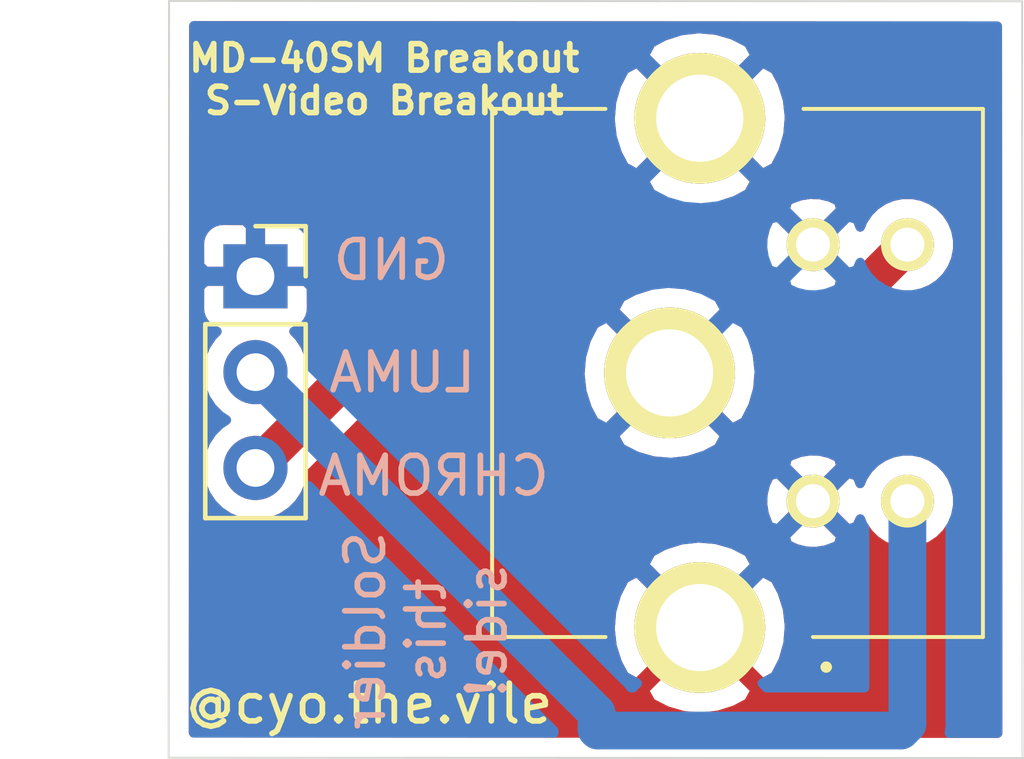
<source format=kicad_pcb>
(kicad_pcb (version 20171130) (host pcbnew "(5.1.9)-1")

  (general
    (thickness 1.6)
    (drawings 11)
    (tracks 11)
    (zones 0)
    (modules 2)
    (nets 4)
  )

  (page A4)
  (layers
    (0 F.Cu signal)
    (31 B.Cu signal)
    (32 B.Adhes user)
    (33 F.Adhes user)
    (34 B.Paste user)
    (35 F.Paste user)
    (36 B.SilkS user)
    (37 F.SilkS user)
    (38 B.Mask user)
    (39 F.Mask user)
    (40 Dwgs.User user)
    (41 Cmts.User user)
    (42 Eco1.User user)
    (43 Eco2.User user)
    (44 Edge.Cuts user)
    (45 Margin user)
    (46 B.CrtYd user)
    (47 F.CrtYd user)
    (48 B.Fab user)
    (49 F.Fab user)
  )

  (setup
    (last_trace_width 0.25)
    (trace_clearance 0.2)
    (zone_clearance 0.508)
    (zone_45_only no)
    (trace_min 0.2)
    (via_size 0.8)
    (via_drill 0.4)
    (via_min_size 0.4)
    (via_min_drill 0.3)
    (uvia_size 0.3)
    (uvia_drill 0.1)
    (uvias_allowed no)
    (uvia_min_size 0.2)
    (uvia_min_drill 0.1)
    (edge_width 0.05)
    (segment_width 0.2)
    (pcb_text_width 0.3)
    (pcb_text_size 1.5 1.5)
    (mod_edge_width 0.12)
    (mod_text_size 1 1)
    (mod_text_width 0.15)
    (pad_size 1.524 1.524)
    (pad_drill 0.762)
    (pad_to_mask_clearance 0)
    (aux_axis_origin 0 0)
    (visible_elements 7FFFFFFF)
    (pcbplotparams
      (layerselection 0x010fc_ffffffff)
      (usegerberextensions false)
      (usegerberattributes true)
      (usegerberadvancedattributes true)
      (creategerberjobfile true)
      (excludeedgelayer true)
      (linewidth 0.100000)
      (plotframeref false)
      (viasonmask false)
      (mode 1)
      (useauxorigin false)
      (hpglpennumber 1)
      (hpglpenspeed 20)
      (hpglpendiameter 15.000000)
      (psnegative false)
      (psa4output false)
      (plotreference true)
      (plotvalue true)
      (plotinvisibletext false)
      (padsonsilk false)
      (subtractmaskfromsilk false)
      (outputformat 1)
      (mirror false)
      (drillshape 0)
      (scaleselection 1)
      (outputdirectory "gerbers/"))
  )

  (net 0 "")
  (net 1 /CHROMA)
  (net 2 /LUMA)
  (net 3 /GND)

  (net_class Default "This is the default net class."
    (clearance 0.2)
    (trace_width 0.25)
    (via_dia 0.8)
    (via_drill 0.4)
    (uvia_dia 0.3)
    (uvia_drill 0.1)
    (add_net /CHROMA)
    (add_net /GND)
    (add_net /LUMA)
  )

  (module SamacSys_Parts:MD40SM (layer F.Cu) (tedit 606A3E29) (tstamp 606AA36C)
    (at 157.05 114.11 90)
    (descr MD-40SM-1)
    (tags Connector)
    (path /606A4A74)
    (fp_text reference J1 (at 3.4 -2 90) (layer F.SilkS) hide
      (effects (font (size 1.27 1.27) (thickness 0.254)))
    )
    (fp_text value MD-40SM (at 3.4 -2 90) (layer F.SilkS) hide
      (effects (font (size 1.27 1.27) (thickness 0.254)))
    )
    (fp_line (start -4.4 0.4) (end -4.4 0.4) (layer F.SilkS) (width 0.2))
    (fp_line (start -4.4 0.3) (end -4.4 0.3) (layer F.SilkS) (width 0.2))
    (fp_line (start -4.4 0.4) (end -4.4 0.4) (layer F.SilkS) (width 0.2))
    (fp_line (start -6.082 5.5) (end -6.082 -9.5) (layer Dwgs.User) (width 0.1))
    (fp_line (start 12.883 5.5) (end -6.082 5.5) (layer Dwgs.User) (width 0.1))
    (fp_line (start 12.883 -9.5) (end 12.883 5.5) (layer Dwgs.User) (width 0.1))
    (fp_line (start -6.082 -9.5) (end 12.883 -9.5) (layer Dwgs.User) (width 0.1))
    (fp_line (start -3.6 0) (end -3.6 4.5) (layer F.SilkS) (width 0.1))
    (fp_line (start -3.6 0) (end -3.6 0) (layer F.SilkS) (width 0.1))
    (fp_line (start -3.6 4.5) (end -3.6 0) (layer F.SilkS) (width 0.1))
    (fp_line (start -3.6 4.5) (end -3.6 4.5) (layer F.SilkS) (width 0.1))
    (fp_line (start 10.4 4.5) (end 10.4 4.5) (layer F.SilkS) (width 0.1))
    (fp_line (start -3.6 4.5) (end 10.4 4.5) (layer F.SilkS) (width 0.1))
    (fp_line (start -3.6 4.5) (end -3.6 4.5) (layer F.SilkS) (width 0.1))
    (fp_line (start 10.4 4.5) (end -3.6 4.5) (layer F.SilkS) (width 0.1))
    (fp_line (start 10.4 4.5) (end 10.4 -0.25) (layer F.SilkS) (width 0.1))
    (fp_line (start 10.4 4.5) (end 10.4 4.5) (layer F.SilkS) (width 0.1))
    (fp_line (start 10.4 -0.25) (end 10.4 4.5) (layer F.SilkS) (width 0.1))
    (fp_line (start 10.4 -0.25) (end 10.4 -0.25) (layer F.SilkS) (width 0.1))
    (fp_line (start 10.4 -5.5) (end 10.4 -8.5) (layer F.SilkS) (width 0.1))
    (fp_line (start 10.4 -5.5) (end 10.4 -5.5) (layer F.SilkS) (width 0.1))
    (fp_line (start 10.4 -8.5) (end 10.4 -5.5) (layer F.SilkS) (width 0.1))
    (fp_line (start 10.4 -8.5) (end 10.4 -8.5) (layer F.SilkS) (width 0.1))
    (fp_line (start -3.6 -8.5) (end -3.6 -8.5) (layer F.SilkS) (width 0.1))
    (fp_line (start 10.4 -8.5) (end -3.6 -8.5) (layer F.SilkS) (width 0.1))
    (fp_line (start 10.4 -8.5) (end 10.4 -8.5) (layer F.SilkS) (width 0.1))
    (fp_line (start -3.6 -8.5) (end 10.4 -8.5) (layer F.SilkS) (width 0.1))
    (fp_line (start -3.6 -8.5) (end -3.6 -5.5) (layer F.SilkS) (width 0.1))
    (fp_line (start -3.6 -8.5) (end -3.6 -8.5) (layer F.SilkS) (width 0.1))
    (fp_line (start -3.6 -5.5) (end -3.6 -8.5) (layer F.SilkS) (width 0.1))
    (fp_line (start -3.6 -5.5) (end -3.6 -5.5) (layer F.SilkS) (width 0.1))
    (fp_line (start -3.6 -8.5) (end -3.6 4.5) (layer Dwgs.User) (width 0.2))
    (fp_line (start 10.4 -8.5) (end -3.6 -8.5) (layer Dwgs.User) (width 0.2))
    (fp_line (start 10.4 4.5) (end 10.4 -8.5) (layer Dwgs.User) (width 0.2))
    (fp_line (start -3.6 4.5) (end 10.4 4.5) (layer Dwgs.User) (width 0.2))
    (fp_arc (start -4.4 0.35) (end -4.4 0.4) (angle -180) (layer F.SilkS) (width 0.2))
    (fp_arc (start -4.4 0.35) (end -4.4 0.3) (angle -180) (layer F.SilkS) (width 0.2))
    (fp_arc (start -4.4 0.35) (end -4.4 0.4) (angle -180) (layer F.SilkS) (width 0.2))
    (pad MH3 thru_hole circle (at 10.15 -3 180) (size 3.465 3.465) (drill 2.31) (layers *.Cu *.Mask F.SilkS)
      (net 3 /GND))
    (pad MH2 thru_hole circle (at 3.4 -3.8 180) (size 3.465 3.465) (drill 2.31) (layers *.Cu *.Mask F.SilkS)
      (net 3 /GND))
    (pad MH1 thru_hole circle (at -3.35 -3 180) (size 3.465 3.465) (drill 2.31) (layers *.Cu *.Mask F.SilkS)
      (net 3 /GND))
    (pad 4 thru_hole circle (at 6.8 2.5 180) (size 1.4 1.4) (drill 0.9) (layers *.Cu *.Mask F.SilkS)
      (net 1 /CHROMA))
    (pad 3 thru_hole circle (at 0 2.5 180) (size 1.4 1.4) (drill 0.9) (layers *.Cu *.Mask F.SilkS)
      (net 2 /LUMA))
    (pad 2 thru_hole circle (at 6.8 0 180) (size 1.4 1.4) (drill 0.9) (layers *.Cu *.Mask F.SilkS)
      (net 3 /GND))
    (pad 1 thru_hole circle (at 0 0 180) (size 1.4 1.4) (drill 0.9) (layers *.Cu *.Mask F.SilkS)
      (net 3 /GND))
  )

  (module Connector_PinSocket_2.54mm:PinSocket_1x03_P2.54mm_Vertical (layer F.Cu) (tedit 5A19A429) (tstamp 606A9C57)
    (at 142.28 108.15)
    (descr "Through hole straight socket strip, 1x03, 2.54mm pitch, single row (from Kicad 4.0.7), script generated")
    (tags "Through hole socket strip THT 1x03 2.54mm single row")
    (path /606A7752)
    (fp_text reference J2 (at 0 -2.77) (layer F.SilkS) hide
      (effects (font (size 1 1) (thickness 0.15)))
    )
    (fp_text value Conn_01x03_Male (at 0 7.85) (layer F.Fab)
      (effects (font (size 1 1) (thickness 0.15)))
    )
    (fp_line (start -1.27 -1.27) (end 0.635 -1.27) (layer F.Fab) (width 0.1))
    (fp_line (start 0.635 -1.27) (end 1.27 -0.635) (layer F.Fab) (width 0.1))
    (fp_line (start 1.27 -0.635) (end 1.27 6.35) (layer F.Fab) (width 0.1))
    (fp_line (start 1.27 6.35) (end -1.27 6.35) (layer F.Fab) (width 0.1))
    (fp_line (start -1.27 6.35) (end -1.27 -1.27) (layer F.Fab) (width 0.1))
    (fp_line (start -1.33 1.27) (end 1.33 1.27) (layer F.SilkS) (width 0.12))
    (fp_line (start -1.33 1.27) (end -1.33 6.41) (layer F.SilkS) (width 0.12))
    (fp_line (start -1.33 6.41) (end 1.33 6.41) (layer F.SilkS) (width 0.12))
    (fp_line (start 1.33 1.27) (end 1.33 6.41) (layer F.SilkS) (width 0.12))
    (fp_line (start 1.33 -1.33) (end 1.33 0) (layer F.SilkS) (width 0.12))
    (fp_line (start 0 -1.33) (end 1.33 -1.33) (layer F.SilkS) (width 0.12))
    (fp_line (start -1.8 -1.8) (end 1.75 -1.8) (layer F.CrtYd) (width 0.05))
    (fp_line (start 1.75 -1.8) (end 1.75 6.85) (layer F.CrtYd) (width 0.05))
    (fp_line (start 1.75 6.85) (end -1.8 6.85) (layer F.CrtYd) (width 0.05))
    (fp_line (start -1.8 6.85) (end -1.8 -1.8) (layer F.CrtYd) (width 0.05))
    (fp_text user %R (at 0 2.54 90) (layer F.Fab)
      (effects (font (size 1 1) (thickness 0.15)))
    )
    (pad 3 thru_hole oval (at 0 5.08) (size 1.7 1.7) (drill 1) (layers *.Cu *.Mask)
      (net 1 /CHROMA))
    (pad 2 thru_hole oval (at 0 2.54) (size 1.7 1.7) (drill 1) (layers *.Cu *.Mask)
      (net 2 /LUMA))
    (pad 1 thru_hole rect (at 0 0) (size 1.7 1.7) (drill 1) (layers *.Cu *.Mask)
      (net 3 /GND))
    (model ${KISYS3DMOD}/Connector_PinSocket_2.54mm.3dshapes/PinSocket_1x03_P2.54mm_Vertical.wrl
      (at (xyz 0 0 0))
      (scale (xyz 1 1 1))
      (rotate (xyz 0 0 0))
    )
  )

  (gr_text "Soldier\nthis\nside!" (at 146.8 117.54 90) (layer B.SilkS)
    (effects (font (size 1 1) (thickness 0.15)) (justify mirror))
  )
  (gr_text @cyo.the.vile (at 145.29 119.48) (layer F.SilkS)
    (effects (font (size 1 1) (thickness 0.15)))
  )
  (gr_text "MD-40SM Breakout\nS-Video Breakout" (at 145.69 102.93) (layer F.SilkS)
    (effects (font (size 0.7 0.7) (thickness 0.15)))
  )
  (gr_text CHROMA (at 147 113.44) (layer B.SilkS)
    (effects (font (size 1 1) (thickness 0.15)) (justify mirror))
  )
  (gr_text LUMA (at 146.17 110.7) (layer B.SilkS)
    (effects (font (size 1 1) (thickness 0.15)) (justify mirror))
  )
  (gr_text GND (at 145.88 107.72) (layer B.SilkS)
    (effects (font (size 1 1) (thickness 0.15)) (justify mirror))
  )
  (gr_line (start 139.98 120.91) (end 140.02 120.91) (layer Edge.Cuts) (width 0.05))
  (gr_line (start 140.03 120.91) (end 162.62 120.92) (layer Edge.Cuts) (width 0.05))
  (gr_line (start 139.99 100.85) (end 139.98 120.91) (layer Edge.Cuts) (width 0.05))
  (gr_line (start 162.59 100.86) (end 139.99 100.85) (layer Edge.Cuts) (width 0.05))
  (gr_line (start 162.6 120.92) (end 162.59 100.86) (layer Edge.Cuts) (width 0.05))

  (segment (start 142.28 113.23) (end 148.25 107.26) (width 1) (layer F.Cu) (net 1))
  (segment (start 148.25 107.26) (end 154.27 107.26) (width 1) (layer F.Cu) (net 1))
  (segment (start 154.27 107.26) (end 156.56 109.55) (width 1) (layer F.Cu) (net 1))
  (segment (start 157.31 109.55) (end 159.55 107.31) (width 1) (layer F.Cu) (net 1))
  (segment (start 156.56 109.55) (end 157.31 109.55) (width 1) (layer F.Cu) (net 1))
  (segment (start 159.55 114.11) (end 159.55 120.02) (width 1) (layer B.Cu) (net 2))
  (segment (start 151.345654 120.19) (end 151.315654 120.16) (width 1) (layer B.Cu) (net 2))
  (segment (start 159.38 120.19) (end 151.345654 120.19) (width 1) (layer B.Cu) (net 2))
  (segment (start 159.55 120.02) (end 159.38 120.19) (width 1) (layer B.Cu) (net 2))
  (segment (start 151.315654 119.725654) (end 142.28 110.69) (width 1) (layer B.Cu) (net 2))
  (segment (start 151.315654 120.16) (end 151.315654 119.725654) (width 1) (layer B.Cu) (net 2))

  (zone (net 3) (net_name /GND) (layer F.Cu) (tstamp 606AA730) (hatch edge 0.508)
    (connect_pads (clearance 0.508))
    (min_thickness 0.254)
    (fill yes (arc_segments 32) (thermal_gap 0.508) (thermal_bridge_width 0.508))
    (polygon
      (pts
        (xy 162.59 120.92) (xy 140 120.89) (xy 139.99 100.85) (xy 162.58 100.87) (xy 162.63 100.85)
      )
    )
    (filled_polygon
      (pts
        (xy 161.930329 101.519708) (xy 161.939671 120.259699) (xy 140.640328 120.25027) (xy 140.640892 119.117154) (xy 152.572451 119.117154)
        (xy 152.756424 119.45652) (xy 153.170781 119.670521) (xy 153.618926 119.799573) (xy 154.083637 119.838717) (xy 154.547056 119.786448)
        (xy 154.991373 119.644776) (xy 155.343576 119.45652) (xy 155.527549 119.117154) (xy 154.05 117.639605) (xy 152.572451 119.117154)
        (xy 140.640892 119.117154) (xy 140.641702 117.493637) (xy 151.671283 117.493637) (xy 151.723552 117.957056) (xy 151.865224 118.401373)
        (xy 152.05348 118.753576) (xy 152.392846 118.937549) (xy 153.870395 117.46) (xy 154.229605 117.46) (xy 155.707154 118.937549)
        (xy 156.04652 118.753576) (xy 156.260521 118.339219) (xy 156.389573 117.891074) (xy 156.428717 117.426363) (xy 156.376448 116.962944)
        (xy 156.234776 116.518627) (xy 156.04652 116.166424) (xy 155.707154 115.982451) (xy 154.229605 117.46) (xy 153.870395 117.46)
        (xy 152.392846 115.982451) (xy 152.05348 116.166424) (xy 151.839479 116.580781) (xy 151.710427 117.028926) (xy 151.671283 117.493637)
        (xy 140.641702 117.493637) (xy 140.642544 115.802846) (xy 152.572451 115.802846) (xy 154.05 117.280395) (xy 155.527549 115.802846)
        (xy 155.343576 115.46348) (xy 154.929219 115.249479) (xy 154.481074 115.120427) (xy 154.016363 115.081283) (xy 153.552944 115.133552)
        (xy 153.108627 115.275224) (xy 152.756424 115.46348) (xy 152.572451 115.802846) (xy 140.642544 115.802846) (xy 140.642928 115.031269)
        (xy 156.308336 115.031269) (xy 156.367797 115.265037) (xy 156.606242 115.375934) (xy 156.86174 115.438183) (xy 157.124473 115.44939)
        (xy 157.384344 115.409125) (xy 157.631366 115.318935) (xy 157.732203 115.265037) (xy 157.791664 115.031269) (xy 157.05 114.289605)
        (xy 156.308336 115.031269) (xy 140.642928 115.031269) (xy 140.645936 109) (xy 140.791928 109) (xy 140.804188 109.124482)
        (xy 140.840498 109.24418) (xy 140.899463 109.354494) (xy 140.978815 109.451185) (xy 141.075506 109.530537) (xy 141.18582 109.589502)
        (xy 141.25838 109.611513) (xy 141.126525 109.743368) (xy 140.96401 109.986589) (xy 140.852068 110.256842) (xy 140.795 110.54374)
        (xy 140.795 110.83626) (xy 140.852068 111.123158) (xy 140.96401 111.393411) (xy 141.126525 111.636632) (xy 141.333368 111.843475)
        (xy 141.50776 111.96) (xy 141.333368 112.076525) (xy 141.126525 112.283368) (xy 140.96401 112.526589) (xy 140.852068 112.796842)
        (xy 140.795 113.08374) (xy 140.795 113.37626) (xy 140.852068 113.663158) (xy 140.96401 113.933411) (xy 141.126525 114.176632)
        (xy 141.333368 114.383475) (xy 141.576589 114.54599) (xy 141.846842 114.657932) (xy 142.13374 114.715) (xy 142.42626 114.715)
        (xy 142.713158 114.657932) (xy 142.983411 114.54599) (xy 143.226632 114.383475) (xy 143.425634 114.184473) (xy 155.71061 114.184473)
        (xy 155.750875 114.444344) (xy 155.841065 114.691366) (xy 155.894963 114.792203) (xy 156.128731 114.851664) (xy 156.870395 114.11)
        (xy 157.229605 114.11) (xy 157.971269 114.851664) (xy 158.205037 114.792203) (xy 158.301592 114.584596) (xy 158.366939 114.742359)
        (xy 158.513038 114.961013) (xy 158.698987 115.146962) (xy 158.917641 115.293061) (xy 159.160595 115.393696) (xy 159.418514 115.445)
        (xy 159.681486 115.445) (xy 159.939405 115.393696) (xy 160.182359 115.293061) (xy 160.401013 115.146962) (xy 160.586962 114.961013)
        (xy 160.733061 114.742359) (xy 160.833696 114.499405) (xy 160.885 114.241486) (xy 160.885 113.978514) (xy 160.833696 113.720595)
        (xy 160.733061 113.477641) (xy 160.586962 113.258987) (xy 160.401013 113.073038) (xy 160.182359 112.926939) (xy 159.939405 112.826304)
        (xy 159.681486 112.775) (xy 159.418514 112.775) (xy 159.160595 112.826304) (xy 158.917641 112.926939) (xy 158.698987 113.073038)
        (xy 158.513038 113.258987) (xy 158.366939 113.477641) (xy 158.299639 113.640118) (xy 158.258935 113.528634) (xy 158.205037 113.427797)
        (xy 157.971269 113.368336) (xy 157.229605 114.11) (xy 156.870395 114.11) (xy 156.128731 113.368336) (xy 155.894963 113.427797)
        (xy 155.784066 113.666242) (xy 155.721817 113.92174) (xy 155.71061 114.184473) (xy 143.425634 114.184473) (xy 143.433475 114.176632)
        (xy 143.59599 113.933411) (xy 143.707932 113.663158) (xy 143.765 113.37626) (xy 143.765 113.350131) (xy 143.9264 113.188731)
        (xy 156.308336 113.188731) (xy 157.05 113.930395) (xy 157.791664 113.188731) (xy 157.732203 112.954963) (xy 157.493758 112.844066)
        (xy 157.23826 112.781817) (xy 156.975527 112.77061) (xy 156.715656 112.810875) (xy 156.468634 112.901065) (xy 156.367797 112.954963)
        (xy 156.308336 113.188731) (xy 143.9264 113.188731) (xy 144.747977 112.367154) (xy 151.772451 112.367154) (xy 151.956424 112.70652)
        (xy 152.370781 112.920521) (xy 152.818926 113.049573) (xy 153.283637 113.088717) (xy 153.747056 113.036448) (xy 154.191373 112.894776)
        (xy 154.543576 112.70652) (xy 154.727549 112.367154) (xy 153.25 110.889605) (xy 151.772451 112.367154) (xy 144.747977 112.367154)
        (xy 146.371494 110.743637) (xy 150.871283 110.743637) (xy 150.923552 111.207056) (xy 151.065224 111.651373) (xy 151.25348 112.003576)
        (xy 151.592846 112.187549) (xy 153.070395 110.71) (xy 151.592846 109.232451) (xy 151.25348 109.416424) (xy 151.039479 109.830781)
        (xy 150.910427 110.278926) (xy 150.871283 110.743637) (xy 146.371494 110.743637) (xy 148.720132 108.395) (xy 152.71704 108.395)
        (xy 152.308627 108.525224) (xy 151.956424 108.71348) (xy 151.772451 109.052846) (xy 153.25 110.530395) (xy 153.264143 110.516253)
        (xy 153.443748 110.695858) (xy 153.429605 110.71) (xy 154.907154 112.187549) (xy 155.24652 112.003576) (xy 155.460521 111.589219)
        (xy 155.589573 111.141074) (xy 155.628717 110.676363) (xy 155.576448 110.212944) (xy 155.557085 110.152217) (xy 155.718009 110.313141)
        (xy 155.753551 110.356449) (xy 155.926377 110.498284) (xy 156.123553 110.603676) (xy 156.337501 110.668577) (xy 156.559999 110.690491)
        (xy 156.615751 110.685) (xy 157.254249 110.685) (xy 157.31 110.690491) (xy 157.365751 110.685) (xy 157.365752 110.685)
        (xy 157.532499 110.668577) (xy 157.746447 110.603676) (xy 157.943623 110.498284) (xy 158.116449 110.356449) (xy 158.151996 110.313135)
        (xy 159.854559 108.610573) (xy 159.939405 108.593696) (xy 160.182359 108.493061) (xy 160.401013 108.346962) (xy 160.586962 108.161013)
        (xy 160.733061 107.942359) (xy 160.833696 107.699405) (xy 160.885 107.441486) (xy 160.885 107.178514) (xy 160.833696 106.920595)
        (xy 160.733061 106.677641) (xy 160.586962 106.458987) (xy 160.401013 106.273038) (xy 160.182359 106.126939) (xy 159.939405 106.026304)
        (xy 159.681486 105.975) (xy 159.418514 105.975) (xy 159.160595 106.026304) (xy 158.917641 106.126939) (xy 158.698987 106.273038)
        (xy 158.513038 106.458987) (xy 158.366939 106.677641) (xy 158.299639 106.840118) (xy 158.258935 106.728634) (xy 158.205037 106.627797)
        (xy 157.971269 106.568336) (xy 157.229605 107.31) (xy 157.243748 107.324143) (xy 157.064143 107.503748) (xy 157.05 107.489605)
        (xy 157.035858 107.503748) (xy 156.856253 107.324143) (xy 156.870395 107.31) (xy 156.128731 106.568336) (xy 155.894963 106.627797)
        (xy 155.784066 106.866242) (xy 155.724766 107.109635) (xy 155.111996 106.496865) (xy 155.076449 106.453551) (xy 154.997466 106.388731)
        (xy 156.308336 106.388731) (xy 157.05 107.130395) (xy 157.791664 106.388731) (xy 157.732203 106.154963) (xy 157.493758 106.044066)
        (xy 157.23826 105.981817) (xy 156.975527 105.97061) (xy 156.715656 106.010875) (xy 156.468634 106.101065) (xy 156.367797 106.154963)
        (xy 156.308336 106.388731) (xy 154.997466 106.388731) (xy 154.903623 106.311716) (xy 154.740784 106.224677) (xy 154.991373 106.144776)
        (xy 155.343576 105.95652) (xy 155.527549 105.617154) (xy 154.05 104.139605) (xy 152.572451 105.617154) (xy 152.756424 105.95652)
        (xy 153.082641 106.125) (xy 148.305751 106.125) (xy 148.25 106.119509) (xy 148.194248 106.125) (xy 148.027501 106.141423)
        (xy 147.813553 106.206324) (xy 147.616377 106.311716) (xy 147.443551 106.453551) (xy 147.408009 106.496859) (xy 143.690386 110.214482)
        (xy 143.59599 109.986589) (xy 143.433475 109.743368) (xy 143.30162 109.611513) (xy 143.37418 109.589502) (xy 143.484494 109.530537)
        (xy 143.581185 109.451185) (xy 143.660537 109.354494) (xy 143.719502 109.24418) (xy 143.755812 109.124482) (xy 143.768072 109)
        (xy 143.765 108.43575) (xy 143.60625 108.277) (xy 142.407 108.277) (xy 142.407 108.297) (xy 142.153 108.297)
        (xy 142.153 108.277) (xy 140.95375 108.277) (xy 140.795 108.43575) (xy 140.791928 109) (xy 140.645936 109)
        (xy 140.646783 107.3) (xy 140.791928 107.3) (xy 140.795 107.86425) (xy 140.95375 108.023) (xy 142.153 108.023)
        (xy 142.153 106.82375) (xy 142.407 106.82375) (xy 142.407 108.023) (xy 143.60625 108.023) (xy 143.765 107.86425)
        (xy 143.768072 107.3) (xy 143.755812 107.175518) (xy 143.719502 107.05582) (xy 143.660537 106.945506) (xy 143.581185 106.848815)
        (xy 143.484494 106.769463) (xy 143.37418 106.710498) (xy 143.254482 106.674188) (xy 143.13 106.661928) (xy 142.56575 106.665)
        (xy 142.407 106.82375) (xy 142.153 106.82375) (xy 141.99425 106.665) (xy 141.43 106.661928) (xy 141.305518 106.674188)
        (xy 141.18582 106.710498) (xy 141.075506 106.769463) (xy 140.978815 106.848815) (xy 140.899463 106.945506) (xy 140.840498 107.05582)
        (xy 140.804188 107.175518) (xy 140.791928 107.3) (xy 140.646783 107.3) (xy 140.648432 103.993637) (xy 151.671283 103.993637)
        (xy 151.723552 104.457056) (xy 151.865224 104.901373) (xy 152.05348 105.253576) (xy 152.392846 105.437549) (xy 153.870395 103.96)
        (xy 154.229605 103.96) (xy 155.707154 105.437549) (xy 156.04652 105.253576) (xy 156.260521 104.839219) (xy 156.389573 104.391074)
        (xy 156.428717 103.926363) (xy 156.376448 103.462944) (xy 156.234776 103.018627) (xy 156.04652 102.666424) (xy 155.707154 102.482451)
        (xy 154.229605 103.96) (xy 153.870395 103.96) (xy 152.392846 102.482451) (xy 152.05348 102.666424) (xy 151.839479 103.080781)
        (xy 151.710427 103.528926) (xy 151.671283 103.993637) (xy 140.648432 103.993637) (xy 140.649275 102.302846) (xy 152.572451 102.302846)
        (xy 154.05 103.780395) (xy 155.527549 102.302846) (xy 155.343576 101.96348) (xy 154.929219 101.749479) (xy 154.481074 101.620427)
        (xy 154.016363 101.581283) (xy 153.552944 101.633552) (xy 153.108627 101.775224) (xy 152.756424 101.96348) (xy 152.572451 102.302846)
        (xy 140.649275 102.302846) (xy 140.649671 101.510291)
      )
    )
  )
  (zone (net 3) (net_name /GND) (layer B.Cu) (tstamp 606AA72D) (hatch edge 0.508)
    (connect_pads (clearance 0.508))
    (min_thickness 0.254)
    (fill yes (arc_segments 32) (thermal_gap 0.508) (thermal_bridge_width 0.508))
    (polygon
      (pts
        (xy 162.6 100.87) (xy 162.59 100.87) (xy 162.6 120.92) (xy 139.98 120.9) (xy 139.99 100.84)
      )
    )
    (filled_polygon
      (pts
        (xy 161.930329 101.519708) (xy 161.939671 120.259699) (xy 160.663531 120.259134) (xy 160.668577 120.242499) (xy 160.685 120.075752)
        (xy 160.685 120.075742) (xy 160.69049 120.020001) (xy 160.685 119.964259) (xy 160.685 114.814288) (xy 160.733061 114.742359)
        (xy 160.833696 114.499405) (xy 160.885 114.241486) (xy 160.885 113.978514) (xy 160.833696 113.720595) (xy 160.733061 113.477641)
        (xy 160.586962 113.258987) (xy 160.401013 113.073038) (xy 160.182359 112.926939) (xy 159.939405 112.826304) (xy 159.681486 112.775)
        (xy 159.418514 112.775) (xy 159.160595 112.826304) (xy 158.917641 112.926939) (xy 158.698987 113.073038) (xy 158.513038 113.258987)
        (xy 158.366939 113.477641) (xy 158.299639 113.640118) (xy 158.258935 113.528634) (xy 158.205037 113.427797) (xy 157.971269 113.368336)
        (xy 157.229605 114.11) (xy 157.971269 114.851664) (xy 158.205037 114.792203) (xy 158.301592 114.584596) (xy 158.366939 114.742359)
        (xy 158.415 114.814288) (xy 158.415001 119.055) (xy 155.818482 119.055) (xy 155.821545 119.051937) (xy 155.707156 118.937548)
        (xy 156.04652 118.753576) (xy 156.260521 118.339219) (xy 156.389573 117.891074) (xy 156.428717 117.426363) (xy 156.376448 116.962944)
        (xy 156.234776 116.518627) (xy 156.04652 116.166424) (xy 155.707154 115.982451) (xy 154.229605 117.46) (xy 154.243748 117.474143)
        (xy 154.064143 117.653748) (xy 154.05 117.639605) (xy 154.035858 117.653748) (xy 153.856253 117.474143) (xy 153.870395 117.46)
        (xy 152.392846 115.982451) (xy 152.05348 116.166424) (xy 151.839479 116.580781) (xy 151.710427 117.028926) (xy 151.671283 117.493637)
        (xy 151.723552 117.957056) (xy 151.865224 118.401373) (xy 152.05348 118.753576) (xy 152.392844 118.937548) (xy 152.278455 119.051937)
        (xy 152.281518 119.055) (xy 152.233547 119.055) (xy 152.122103 118.919205) (xy 152.078795 118.883663) (xy 148.997978 115.802846)
        (xy 152.572451 115.802846) (xy 154.05 117.280395) (xy 155.527549 115.802846) (xy 155.343576 115.46348) (xy 154.929219 115.249479)
        (xy 154.481074 115.120427) (xy 154.016363 115.081283) (xy 153.552944 115.133552) (xy 153.108627 115.275224) (xy 152.756424 115.46348)
        (xy 152.572451 115.802846) (xy 148.997978 115.802846) (xy 148.226401 115.031269) (xy 156.308336 115.031269) (xy 156.367797 115.265037)
        (xy 156.606242 115.375934) (xy 156.86174 115.438183) (xy 157.124473 115.44939) (xy 157.384344 115.409125) (xy 157.631366 115.318935)
        (xy 157.732203 115.265037) (xy 157.791664 115.031269) (xy 157.05 114.289605) (xy 156.308336 115.031269) (xy 148.226401 115.031269)
        (xy 147.379605 114.184473) (xy 155.71061 114.184473) (xy 155.750875 114.444344) (xy 155.841065 114.691366) (xy 155.894963 114.792203)
        (xy 156.128731 114.851664) (xy 156.870395 114.11) (xy 156.128731 113.368336) (xy 155.894963 113.427797) (xy 155.784066 113.666242)
        (xy 155.721817 113.92174) (xy 155.71061 114.184473) (xy 147.379605 114.184473) (xy 146.383863 113.188731) (xy 156.308336 113.188731)
        (xy 157.05 113.930395) (xy 157.791664 113.188731) (xy 157.732203 112.954963) (xy 157.493758 112.844066) (xy 157.23826 112.781817)
        (xy 156.975527 112.77061) (xy 156.715656 112.810875) (xy 156.468634 112.901065) (xy 156.367797 112.954963) (xy 156.308336 113.188731)
        (xy 146.383863 113.188731) (xy 145.562286 112.367154) (xy 151.772451 112.367154) (xy 151.956424 112.70652) (xy 152.370781 112.920521)
        (xy 152.818926 113.049573) (xy 153.283637 113.088717) (xy 153.747056 113.036448) (xy 154.191373 112.894776) (xy 154.543576 112.70652)
        (xy 154.727549 112.367154) (xy 153.25 110.889605) (xy 151.772451 112.367154) (xy 145.562286 112.367154) (xy 143.938769 110.743637)
        (xy 150.871283 110.743637) (xy 150.923552 111.207056) (xy 151.065224 111.651373) (xy 151.25348 112.003576) (xy 151.592846 112.187549)
        (xy 153.070395 110.71) (xy 153.429605 110.71) (xy 154.907154 112.187549) (xy 155.24652 112.003576) (xy 155.460521 111.589219)
        (xy 155.589573 111.141074) (xy 155.628717 110.676363) (xy 155.576448 110.212944) (xy 155.434776 109.768627) (xy 155.24652 109.416424)
        (xy 154.907154 109.232451) (xy 153.429605 110.71) (xy 153.070395 110.71) (xy 151.592846 109.232451) (xy 151.25348 109.416424)
        (xy 151.039479 109.830781) (xy 150.910427 110.278926) (xy 150.871283 110.743637) (xy 143.938769 110.743637) (xy 143.765 110.569869)
        (xy 143.765 110.54374) (xy 143.707932 110.256842) (xy 143.59599 109.986589) (xy 143.433475 109.743368) (xy 143.30162 109.611513)
        (xy 143.37418 109.589502) (xy 143.484494 109.530537) (xy 143.581185 109.451185) (xy 143.660537 109.354494) (xy 143.719502 109.24418)
        (xy 143.755812 109.124482) (xy 143.762867 109.052846) (xy 151.772451 109.052846) (xy 153.25 110.530395) (xy 154.727549 109.052846)
        (xy 154.543576 108.71348) (xy 154.129219 108.499479) (xy 153.681074 108.370427) (xy 153.216363 108.331283) (xy 152.752944 108.383552)
        (xy 152.308627 108.525224) (xy 151.956424 108.71348) (xy 151.772451 109.052846) (xy 143.762867 109.052846) (xy 143.768072 109)
        (xy 143.765 108.43575) (xy 143.60625 108.277) (xy 142.407 108.277) (xy 142.407 108.297) (xy 142.153 108.297)
        (xy 142.153 108.277) (xy 140.95375 108.277) (xy 140.795 108.43575) (xy 140.791928 109) (xy 140.804188 109.124482)
        (xy 140.840498 109.24418) (xy 140.899463 109.354494) (xy 140.978815 109.451185) (xy 141.075506 109.530537) (xy 141.18582 109.589502)
        (xy 141.25838 109.611513) (xy 141.126525 109.743368) (xy 140.96401 109.986589) (xy 140.852068 110.256842) (xy 140.795 110.54374)
        (xy 140.795 110.83626) (xy 140.852068 111.123158) (xy 140.96401 111.393411) (xy 141.126525 111.636632) (xy 141.333368 111.843475)
        (xy 141.50776 111.96) (xy 141.333368 112.076525) (xy 141.126525 112.283368) (xy 140.96401 112.526589) (xy 140.852068 112.796842)
        (xy 140.795 113.08374) (xy 140.795 113.37626) (xy 140.852068 113.663158) (xy 140.96401 113.933411) (xy 141.126525 114.176632)
        (xy 141.333368 114.383475) (xy 141.576589 114.54599) (xy 141.846842 114.657932) (xy 142.13374 114.715) (xy 142.42626 114.715)
        (xy 142.713158 114.657932) (xy 142.983411 114.54599) (xy 143.226632 114.383475) (xy 143.433475 114.176632) (xy 143.59599 113.933411)
        (xy 143.690386 113.705517) (xy 150.178473 120.193605) (xy 150.180654 120.215751) (xy 150.18447 120.254495) (xy 140.640328 120.25027)
        (xy 140.646319 108.231269) (xy 156.308336 108.231269) (xy 156.367797 108.465037) (xy 156.606242 108.575934) (xy 156.86174 108.638183)
        (xy 157.124473 108.64939) (xy 157.384344 108.609125) (xy 157.631366 108.518935) (xy 157.732203 108.465037) (xy 157.791664 108.231269)
        (xy 157.05 107.489605) (xy 156.308336 108.231269) (xy 140.646319 108.231269) (xy 140.646784 107.3) (xy 140.791928 107.3)
        (xy 140.795 107.86425) (xy 140.95375 108.023) (xy 142.153 108.023) (xy 142.153 106.82375) (xy 142.407 106.82375)
        (xy 142.407 108.023) (xy 143.60625 108.023) (xy 143.765 107.86425) (xy 143.767612 107.384473) (xy 155.71061 107.384473)
        (xy 155.750875 107.644344) (xy 155.841065 107.891366) (xy 155.894963 107.992203) (xy 156.128731 108.051664) (xy 156.870395 107.31)
        (xy 157.229605 107.31) (xy 157.971269 108.051664) (xy 158.205037 107.992203) (xy 158.301592 107.784596) (xy 158.366939 107.942359)
        (xy 158.513038 108.161013) (xy 158.698987 108.346962) (xy 158.917641 108.493061) (xy 159.160595 108.593696) (xy 159.418514 108.645)
        (xy 159.681486 108.645) (xy 159.939405 108.593696) (xy 160.182359 108.493061) (xy 160.401013 108.346962) (xy 160.586962 108.161013)
        (xy 160.733061 107.942359) (xy 160.833696 107.699405) (xy 160.885 107.441486) (xy 160.885 107.178514) (xy 160.833696 106.920595)
        (xy 160.733061 106.677641) (xy 160.586962 106.458987) (xy 160.401013 106.273038) (xy 160.182359 106.126939) (xy 159.939405 106.026304)
        (xy 159.681486 105.975) (xy 159.418514 105.975) (xy 159.160595 106.026304) (xy 158.917641 106.126939) (xy 158.698987 106.273038)
        (xy 158.513038 106.458987) (xy 158.366939 106.677641) (xy 158.299639 106.840118) (xy 158.258935 106.728634) (xy 158.205037 106.627797)
        (xy 157.971269 106.568336) (xy 157.229605 107.31) (xy 156.870395 107.31) (xy 156.128731 106.568336) (xy 155.894963 106.627797)
        (xy 155.784066 106.866242) (xy 155.721817 107.12174) (xy 155.71061 107.384473) (xy 143.767612 107.384473) (xy 143.768072 107.3)
        (xy 143.755812 107.175518) (xy 143.719502 107.05582) (xy 143.660537 106.945506) (xy 143.581185 106.848815) (xy 143.484494 106.769463)
        (xy 143.37418 106.710498) (xy 143.254482 106.674188) (xy 143.13 106.661928) (xy 142.56575 106.665) (xy 142.407 106.82375)
        (xy 142.153 106.82375) (xy 141.99425 106.665) (xy 141.43 106.661928) (xy 141.305518 106.674188) (xy 141.18582 106.710498)
        (xy 141.075506 106.769463) (xy 140.978815 106.848815) (xy 140.899463 106.945506) (xy 140.840498 107.05582) (xy 140.804188 107.175518)
        (xy 140.791928 107.3) (xy 140.646784 107.3) (xy 140.647237 106.388731) (xy 156.308336 106.388731) (xy 157.05 107.130395)
        (xy 157.791664 106.388731) (xy 157.732203 106.154963) (xy 157.493758 106.044066) (xy 157.23826 105.981817) (xy 156.975527 105.97061)
        (xy 156.715656 106.010875) (xy 156.468634 106.101065) (xy 156.367797 106.154963) (xy 156.308336 106.388731) (xy 140.647237 106.388731)
        (xy 140.647622 105.617154) (xy 152.572451 105.617154) (xy 152.756424 105.95652) (xy 153.170781 106.170521) (xy 153.618926 106.299573)
        (xy 154.083637 106.338717) (xy 154.547056 106.286448) (xy 154.991373 106.144776) (xy 155.343576 105.95652) (xy 155.527549 105.617154)
        (xy 154.05 104.139605) (xy 152.572451 105.617154) (xy 140.647622 105.617154) (xy 140.648432 103.993637) (xy 151.671283 103.993637)
        (xy 151.723552 104.457056) (xy 151.865224 104.901373) (xy 152.05348 105.253576) (xy 152.392846 105.437549) (xy 153.870395 103.96)
        (xy 154.229605 103.96) (xy 155.707154 105.437549) (xy 156.04652 105.253576) (xy 156.260521 104.839219) (xy 156.389573 104.391074)
        (xy 156.428717 103.926363) (xy 156.376448 103.462944) (xy 156.234776 103.018627) (xy 156.04652 102.666424) (xy 155.707154 102.482451)
        (xy 154.229605 103.96) (xy 153.870395 103.96) (xy 152.392846 102.482451) (xy 152.05348 102.666424) (xy 151.839479 103.080781)
        (xy 151.710427 103.528926) (xy 151.671283 103.993637) (xy 140.648432 103.993637) (xy 140.649275 102.302846) (xy 152.572451 102.302846)
        (xy 154.05 103.780395) (xy 155.527549 102.302846) (xy 155.343576 101.96348) (xy 154.929219 101.749479) (xy 154.481074 101.620427)
        (xy 154.016363 101.581283) (xy 153.552944 101.633552) (xy 153.108627 101.775224) (xy 152.756424 101.96348) (xy 152.572451 102.302846)
        (xy 140.649275 102.302846) (xy 140.649671 101.510291)
      )
    )
  )
)

</source>
